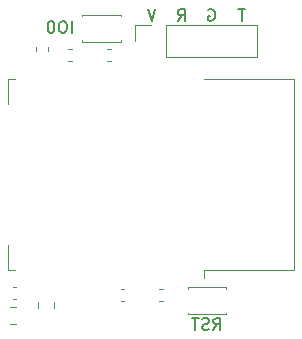
<source format=gbr>
%TF.GenerationSoftware,KiCad,Pcbnew,(5.1.6)-1*%
%TF.CreationDate,2021-05-23T01:52:29+08:00*%
%TF.ProjectId,HKIA_Tracker,484b4941-5f54-4726-9163-6b65722e6b69,rev?*%
%TF.SameCoordinates,Original*%
%TF.FileFunction,Legend,Bot*%
%TF.FilePolarity,Positive*%
%FSLAX46Y46*%
G04 Gerber Fmt 4.6, Leading zero omitted, Abs format (unit mm)*
G04 Created by KiCad (PCBNEW (5.1.6)-1) date 2021-05-23 01:52:29*
%MOMM*%
%LPD*%
G01*
G04 APERTURE LIST*
%ADD10C,0.150000*%
%ADD11C,0.120000*%
G04 APERTURE END LIST*
D10*
X130413000Y-77795380D02*
X130413000Y-76795380D01*
X129746333Y-76795380D02*
X129555857Y-76795380D01*
X129460619Y-76843000D01*
X129365380Y-76938238D01*
X129317761Y-77128714D01*
X129317761Y-77462047D01*
X129365380Y-77652523D01*
X129460619Y-77747761D01*
X129555857Y-77795380D01*
X129746333Y-77795380D01*
X129841571Y-77747761D01*
X129936809Y-77652523D01*
X129984428Y-77462047D01*
X129984428Y-77128714D01*
X129936809Y-76938238D01*
X129841571Y-76843000D01*
X129746333Y-76795380D01*
X128698714Y-76795380D02*
X128603476Y-76795380D01*
X128508238Y-76843000D01*
X128460619Y-76890619D01*
X128413000Y-76985857D01*
X128365380Y-77176333D01*
X128365380Y-77414428D01*
X128413000Y-77604904D01*
X128460619Y-77700142D01*
X128508238Y-77747761D01*
X128603476Y-77795380D01*
X128698714Y-77795380D01*
X128793952Y-77747761D01*
X128841571Y-77700142D01*
X128889190Y-77604904D01*
X128936809Y-77414428D01*
X128936809Y-77176333D01*
X128889190Y-76985857D01*
X128841571Y-76890619D01*
X128793952Y-76843000D01*
X128698714Y-76795380D01*
X142406619Y-102941380D02*
X142739952Y-102465190D01*
X142978047Y-102941380D02*
X142978047Y-101941380D01*
X142597095Y-101941380D01*
X142501857Y-101989000D01*
X142454238Y-102036619D01*
X142406619Y-102131857D01*
X142406619Y-102274714D01*
X142454238Y-102369952D01*
X142501857Y-102417571D01*
X142597095Y-102465190D01*
X142978047Y-102465190D01*
X142025666Y-102893761D02*
X141882809Y-102941380D01*
X141644714Y-102941380D01*
X141549476Y-102893761D01*
X141501857Y-102846142D01*
X141454238Y-102750904D01*
X141454238Y-102655666D01*
X141501857Y-102560428D01*
X141549476Y-102512809D01*
X141644714Y-102465190D01*
X141835190Y-102417571D01*
X141930428Y-102369952D01*
X141978047Y-102322333D01*
X142025666Y-102227095D01*
X142025666Y-102131857D01*
X141978047Y-102036619D01*
X141930428Y-101989000D01*
X141835190Y-101941380D01*
X141597095Y-101941380D01*
X141454238Y-101989000D01*
X141168523Y-101941380D02*
X140597095Y-101941380D01*
X140882809Y-102941380D02*
X140882809Y-101941380D01*
X137493333Y-75779380D02*
X137160000Y-76779380D01*
X136826666Y-75779380D01*
X139390476Y-76779380D02*
X139723809Y-76303190D01*
X139961904Y-76779380D02*
X139961904Y-75779380D01*
X139580952Y-75779380D01*
X139485714Y-75827000D01*
X139438095Y-75874619D01*
X139390476Y-75969857D01*
X139390476Y-76112714D01*
X139438095Y-76207952D01*
X139485714Y-76255571D01*
X139580952Y-76303190D01*
X139961904Y-76303190D01*
X141978095Y-75827000D02*
X142073333Y-75779380D01*
X142216190Y-75779380D01*
X142359047Y-75827000D01*
X142454285Y-75922238D01*
X142501904Y-76017476D01*
X142549523Y-76207952D01*
X142549523Y-76350809D01*
X142501904Y-76541285D01*
X142454285Y-76636523D01*
X142359047Y-76731761D01*
X142216190Y-76779380D01*
X142120952Y-76779380D01*
X141978095Y-76731761D01*
X141930476Y-76684142D01*
X141930476Y-76350809D01*
X142120952Y-76350809D01*
X145065714Y-75779380D02*
X144494285Y-75779380D01*
X144780000Y-76779380D02*
X144780000Y-75779380D01*
D11*
%TO.C,J5*%
X146071900Y-77143300D02*
X146071900Y-79803300D01*
X138391900Y-77143300D02*
X146071900Y-77143300D01*
X138391900Y-79803300D02*
X146071900Y-79803300D01*
X138391900Y-77143300D02*
X138391900Y-79803300D01*
X137121900Y-77143300D02*
X135791900Y-77143300D01*
X135791900Y-77143300D02*
X135791900Y-78473300D01*
%TO.C,U3*%
X149241900Y-97896300D02*
X149241900Y-81656300D01*
X149241900Y-81656300D02*
X141621900Y-81656300D01*
X125621900Y-81656300D02*
X125001900Y-81656300D01*
X125001900Y-81656300D02*
X125001900Y-83776300D01*
X125001900Y-95776300D02*
X125001900Y-97896300D01*
X125001900Y-97896300D02*
X125621900Y-97896300D01*
X141621900Y-97896300D02*
X149241900Y-97896300D01*
X141621900Y-97896300D02*
X141621900Y-98506300D01*
%TO.C,SW5*%
X134550900Y-76273800D02*
X131310900Y-76273800D01*
X131310900Y-76273800D02*
X131310900Y-76373800D01*
X134550900Y-76273800D02*
X134550900Y-76373800D01*
X134550900Y-78513800D02*
X131310900Y-78513800D01*
X131310900Y-78413800D02*
X131310900Y-78513800D01*
X134550900Y-78413800D02*
X134550900Y-78513800D01*
%TO.C,SW4*%
X140264400Y-101564300D02*
X143504400Y-101564300D01*
X143504400Y-101564300D02*
X143504400Y-101464300D01*
X140264400Y-101564300D02*
X140264400Y-101464300D01*
X140264400Y-99324300D02*
X143504400Y-99324300D01*
X143504400Y-99424300D02*
X143504400Y-99324300D01*
X140264400Y-99424300D02*
X140264400Y-99324300D01*
%TO.C,R24*%
X127379000Y-78983621D02*
X127379000Y-79309179D01*
X128399000Y-78983621D02*
X128399000Y-79309179D01*
%TO.C,R23*%
X130101121Y-80126300D02*
X130426679Y-80126300D01*
X130101121Y-79106300D02*
X130426679Y-79106300D01*
%TO.C,R22*%
X133728679Y-79106300D02*
X133403121Y-79106300D01*
X133728679Y-80126300D02*
X133403121Y-80126300D01*
%TO.C,R21*%
X134871679Y-99426300D02*
X134546121Y-99426300D01*
X134871679Y-100446300D02*
X134546121Y-100446300D01*
%TO.C,R20*%
X138110179Y-99426300D02*
X137784621Y-99426300D01*
X138110179Y-100446300D02*
X137784621Y-100446300D01*
%TO.C,C24*%
X125727679Y-99299300D02*
X125402121Y-99299300D01*
X125727679Y-100319300D02*
X125402121Y-100319300D01*
%TO.C,C20*%
X125696478Y-101004300D02*
X125179322Y-101004300D01*
X125696478Y-102424300D02*
X125179322Y-102424300D01*
%TO.C,C17*%
X127521900Y-100566722D02*
X127521900Y-101083878D01*
X128941900Y-100566722D02*
X128941900Y-101083878D01*
%TD*%
M02*

</source>
